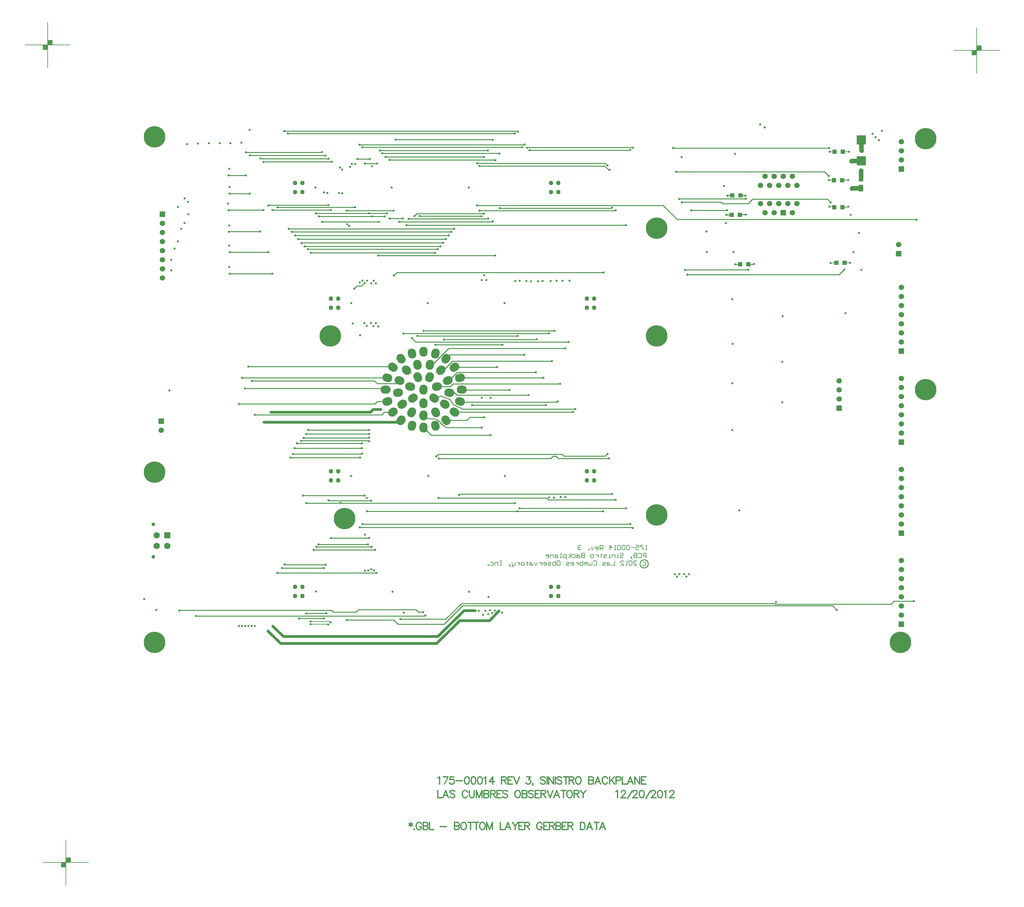
<source format=gbl>
%FSLAX23Y23*%
%MOIN*%
G70*
G01*
G75*
G04 Layer_Physical_Order=12*
G04 Layer_Color=16711680*
%ADD10R,0.037X0.035*%
%ADD11R,0.037X0.035*%
%ADD12R,0.070X0.135*%
%ADD13R,0.036X0.036*%
%ADD14R,0.036X0.028*%
%ADD15R,0.100X0.100*%
%ADD16R,0.078X0.048*%
%ADD17R,0.050X0.050*%
%ADD18R,0.050X0.050*%
%ADD19R,0.016X0.085*%
%ADD20R,0.709X0.020*%
%ADD21R,0.048X0.078*%
%ADD22R,0.135X0.070*%
%ADD23C,0.010*%
%ADD24C,0.030*%
%ADD25C,0.050*%
%ADD26C,0.006*%
%ADD27C,0.012*%
%ADD28C,0.008*%
%ADD29C,0.012*%
%ADD30C,0.012*%
%ADD31C,0.050*%
%ADD32O,0.090X0.110*%
G04:AMPARAMS|DCode=33|XSize=90mil|YSize=110mil|CornerRadius=0mil|HoleSize=0mil|Usage=FLASHONLY|Rotation=231.428|XOffset=0mil|YOffset=0mil|HoleType=Round|Shape=Round|*
%AMOVALD33*
21,1,0.020,0.090,0.000,0.000,321.4*
1,1,0.090,-0.008,0.006*
1,1,0.090,0.008,-0.006*
%
%ADD33OVALD33*%

G04:AMPARAMS|DCode=34|XSize=90mil|YSize=110mil|CornerRadius=0mil|HoleSize=0mil|Usage=FLASHONLY|Rotation=282.856|XOffset=0mil|YOffset=0mil|HoleType=Round|Shape=Round|*
%AMOVALD34*
21,1,0.020,0.090,0.000,0.000,12.9*
1,1,0.090,-0.010,-0.002*
1,1,0.090,0.010,0.002*
%
%ADD34OVALD34*%

G04:AMPARAMS|DCode=35|XSize=90mil|YSize=110mil|CornerRadius=0mil|HoleSize=0mil|Usage=FLASHONLY|Rotation=334.284|XOffset=0mil|YOffset=0mil|HoleType=Round|Shape=Round|*
%AMOVALD35*
21,1,0.020,0.090,0.000,0.000,64.3*
1,1,0.090,-0.004,-0.009*
1,1,0.090,0.004,0.009*
%
%ADD35OVALD35*%

G04:AMPARAMS|DCode=36|XSize=90mil|YSize=110mil|CornerRadius=0mil|HoleSize=0mil|Usage=FLASHONLY|Rotation=25.712|XOffset=0mil|YOffset=0mil|HoleType=Round|Shape=Round|*
%AMOVALD36*
21,1,0.020,0.090,0.000,0.000,115.7*
1,1,0.090,0.004,-0.009*
1,1,0.090,-0.004,0.009*
%
%ADD36OVALD36*%

G04:AMPARAMS|DCode=37|XSize=90mil|YSize=110mil|CornerRadius=0mil|HoleSize=0mil|Usage=FLASHONLY|Rotation=77.140|XOffset=0mil|YOffset=0mil|HoleType=Round|Shape=Round|*
%AMOVALD37*
21,1,0.020,0.090,0.000,0.000,167.1*
1,1,0.090,0.010,-0.002*
1,1,0.090,-0.010,0.002*
%
%ADD37OVALD37*%

G04:AMPARAMS|DCode=38|XSize=90mil|YSize=110mil|CornerRadius=0mil|HoleSize=0mil|Usage=FLASHONLY|Rotation=128.568|XOffset=0mil|YOffset=0mil|HoleType=Round|Shape=Round|*
%AMOVALD38*
21,1,0.020,0.090,0.000,0.000,218.6*
1,1,0.090,0.008,0.006*
1,1,0.090,-0.008,-0.006*
%
%ADD38OVALD38*%

G04:AMPARAMS|DCode=39|XSize=90mil|YSize=110mil|CornerRadius=0mil|HoleSize=0mil|Usage=FLASHONLY|Rotation=207.692|XOffset=0mil|YOffset=0mil|HoleType=Round|Shape=Round|*
%AMOVALD39*
21,1,0.020,0.090,0.000,0.000,297.7*
1,1,0.090,-0.005,0.009*
1,1,0.090,0.005,-0.009*
%
%ADD39OVALD39*%

G04:AMPARAMS|DCode=40|XSize=90mil|YSize=110mil|CornerRadius=0mil|HoleSize=0mil|Usage=FLASHONLY|Rotation=235.384|XOffset=0mil|YOffset=0mil|HoleType=Round|Shape=Round|*
%AMOVALD40*
21,1,0.020,0.090,0.000,0.000,325.4*
1,1,0.090,-0.008,0.006*
1,1,0.090,0.008,-0.006*
%
%ADD40OVALD40*%

G04:AMPARAMS|DCode=41|XSize=90mil|YSize=110mil|CornerRadius=0mil|HoleSize=0mil|Usage=FLASHONLY|Rotation=263.076|XOffset=0mil|YOffset=0mil|HoleType=Round|Shape=Round|*
%AMOVALD41*
21,1,0.020,0.090,0.000,0.000,353.1*
1,1,0.090,-0.010,0.001*
1,1,0.090,0.010,-0.001*
%
%ADD41OVALD41*%

G04:AMPARAMS|DCode=42|XSize=90mil|YSize=110mil|CornerRadius=0mil|HoleSize=0mil|Usage=FLASHONLY|Rotation=290.768|XOffset=0mil|YOffset=0mil|HoleType=Round|Shape=Round|*
%AMOVALD42*
21,1,0.020,0.090,0.000,0.000,20.8*
1,1,0.090,-0.009,-0.004*
1,1,0.090,0.009,0.004*
%
%ADD42OVALD42*%

G04:AMPARAMS|DCode=43|XSize=90mil|YSize=110mil|CornerRadius=0mil|HoleSize=0mil|Usage=FLASHONLY|Rotation=318.460|XOffset=0mil|YOffset=0mil|HoleType=Round|Shape=Round|*
%AMOVALD43*
21,1,0.020,0.090,0.000,0.000,48.5*
1,1,0.090,-0.007,-0.007*
1,1,0.090,0.007,0.007*
%
%ADD43OVALD43*%

G04:AMPARAMS|DCode=44|XSize=90mil|YSize=110mil|CornerRadius=0mil|HoleSize=0mil|Usage=FLASHONLY|Rotation=346.152|XOffset=0mil|YOffset=0mil|HoleType=Round|Shape=Round|*
%AMOVALD44*
21,1,0.020,0.090,0.000,0.000,76.2*
1,1,0.090,-0.002,-0.010*
1,1,0.090,0.002,0.010*
%
%ADD44OVALD44*%

G04:AMPARAMS|DCode=45|XSize=90mil|YSize=110mil|CornerRadius=0mil|HoleSize=0mil|Usage=FLASHONLY|Rotation=13.844|XOffset=0mil|YOffset=0mil|HoleType=Round|Shape=Round|*
%AMOVALD45*
21,1,0.020,0.090,0.000,0.000,103.8*
1,1,0.090,0.002,-0.010*
1,1,0.090,-0.002,0.010*
%
%ADD45OVALD45*%

G04:AMPARAMS|DCode=46|XSize=90mil|YSize=110mil|CornerRadius=0mil|HoleSize=0mil|Usage=FLASHONLY|Rotation=41.536|XOffset=0mil|YOffset=0mil|HoleType=Round|Shape=Round|*
%AMOVALD46*
21,1,0.020,0.090,0.000,0.000,131.5*
1,1,0.090,0.007,-0.007*
1,1,0.090,-0.007,0.007*
%
%ADD46OVALD46*%

G04:AMPARAMS|DCode=47|XSize=90mil|YSize=110mil|CornerRadius=0mil|HoleSize=0mil|Usage=FLASHONLY|Rotation=69.228|XOffset=0mil|YOffset=0mil|HoleType=Round|Shape=Round|*
%AMOVALD47*
21,1,0.020,0.090,0.000,0.000,159.2*
1,1,0.090,0.009,-0.004*
1,1,0.090,-0.009,0.004*
%
%ADD47OVALD47*%

G04:AMPARAMS|DCode=48|XSize=90mil|YSize=110mil|CornerRadius=0mil|HoleSize=0mil|Usage=FLASHONLY|Rotation=96.920|XOffset=0mil|YOffset=0mil|HoleType=Round|Shape=Round|*
%AMOVALD48*
21,1,0.020,0.090,0.000,0.000,186.9*
1,1,0.090,0.010,0.001*
1,1,0.090,-0.010,-0.001*
%
%ADD48OVALD48*%

G04:AMPARAMS|DCode=49|XSize=90mil|YSize=110mil|CornerRadius=0mil|HoleSize=0mil|Usage=FLASHONLY|Rotation=124.612|XOffset=0mil|YOffset=0mil|HoleType=Round|Shape=Round|*
%AMOVALD49*
21,1,0.020,0.090,0.000,0.000,214.6*
1,1,0.090,0.008,0.006*
1,1,0.090,-0.008,-0.006*
%
%ADD49OVALD49*%

G04:AMPARAMS|DCode=50|XSize=90mil|YSize=110mil|CornerRadius=0mil|HoleSize=0mil|Usage=FLASHONLY|Rotation=152.304|XOffset=0mil|YOffset=0mil|HoleType=Round|Shape=Round|*
%AMOVALD50*
21,1,0.020,0.090,0.000,0.000,242.3*
1,1,0.090,0.005,0.009*
1,1,0.090,-0.005,-0.009*
%
%ADD50OVALD50*%

G04:AMPARAMS|DCode=51|XSize=90mil|YSize=110mil|CornerRadius=0mil|HoleSize=0mil|Usage=FLASHONLY|Rotation=198.000|XOffset=0mil|YOffset=0mil|HoleType=Round|Shape=Round|*
%AMOVALD51*
21,1,0.020,0.090,0.000,0.000,288.0*
1,1,0.090,-0.003,0.010*
1,1,0.090,0.003,-0.010*
%
%ADD51OVALD51*%

G04:AMPARAMS|DCode=52|XSize=90mil|YSize=110mil|CornerRadius=0mil|HoleSize=0mil|Usage=FLASHONLY|Rotation=216.000|XOffset=0mil|YOffset=0mil|HoleType=Round|Shape=Round|*
%AMOVALD52*
21,1,0.020,0.090,0.000,0.000,306.0*
1,1,0.090,-0.006,0.008*
1,1,0.090,0.006,-0.008*
%
%ADD52OVALD52*%

G04:AMPARAMS|DCode=53|XSize=90mil|YSize=110mil|CornerRadius=0mil|HoleSize=0mil|Usage=FLASHONLY|Rotation=234.000|XOffset=0mil|YOffset=0mil|HoleType=Round|Shape=Round|*
%AMOVALD53*
21,1,0.020,0.090,0.000,0.000,324.0*
1,1,0.090,-0.008,0.006*
1,1,0.090,0.008,-0.006*
%
%ADD53OVALD53*%

G04:AMPARAMS|DCode=54|XSize=90mil|YSize=110mil|CornerRadius=0mil|HoleSize=0mil|Usage=FLASHONLY|Rotation=252.000|XOffset=0mil|YOffset=0mil|HoleType=Round|Shape=Round|*
%AMOVALD54*
21,1,0.020,0.090,0.000,0.000,342.0*
1,1,0.090,-0.010,0.003*
1,1,0.090,0.010,-0.003*
%
%ADD54OVALD54*%

%ADD55O,0.110X0.090*%
G04:AMPARAMS|DCode=56|XSize=90mil|YSize=110mil|CornerRadius=0mil|HoleSize=0mil|Usage=FLASHONLY|Rotation=288.000|XOffset=0mil|YOffset=0mil|HoleType=Round|Shape=Round|*
%AMOVALD56*
21,1,0.020,0.090,0.000,0.000,18.0*
1,1,0.090,-0.010,-0.003*
1,1,0.090,0.010,0.003*
%
%ADD56OVALD56*%

G04:AMPARAMS|DCode=57|XSize=90mil|YSize=110mil|CornerRadius=0mil|HoleSize=0mil|Usage=FLASHONLY|Rotation=306.000|XOffset=0mil|YOffset=0mil|HoleType=Round|Shape=Round|*
%AMOVALD57*
21,1,0.020,0.090,0.000,0.000,36.0*
1,1,0.090,-0.008,-0.006*
1,1,0.090,0.008,0.006*
%
%ADD57OVALD57*%

G04:AMPARAMS|DCode=58|XSize=90mil|YSize=110mil|CornerRadius=0mil|HoleSize=0mil|Usage=FLASHONLY|Rotation=324.000|XOffset=0mil|YOffset=0mil|HoleType=Round|Shape=Round|*
%AMOVALD58*
21,1,0.020,0.090,0.000,0.000,54.0*
1,1,0.090,-0.006,-0.008*
1,1,0.090,0.006,0.008*
%
%ADD58OVALD58*%

G04:AMPARAMS|DCode=59|XSize=90mil|YSize=110mil|CornerRadius=0mil|HoleSize=0mil|Usage=FLASHONLY|Rotation=342.000|XOffset=0mil|YOffset=0mil|HoleType=Round|Shape=Round|*
%AMOVALD59*
21,1,0.020,0.090,0.000,0.000,72.0*
1,1,0.090,-0.003,-0.010*
1,1,0.090,0.003,0.010*
%
%ADD59OVALD59*%

%ADD60C,0.059*%
%ADD61R,0.059X0.059*%
%ADD62R,0.070X0.070*%
%ADD63C,0.070*%
%ADD64C,0.040*%
%ADD65C,0.236*%
%ADD66C,0.024*%
%ADD67C,0.010*%
%ADD68C,0.040*%
%ADD69C,0.065*%
G04:AMPARAMS|DCode=70|XSize=85mil|YSize=85mil|CornerRadius=0mil|HoleSize=0mil|Usage=FLASHONLY|Rotation=0.000|XOffset=0mil|YOffset=0mil|HoleType=Round|Shape=Relief|Width=10mil|Gap=10mil|Entries=4|*
%AMTHD70*
7,0,0,0.085,0.065,0.010,45*
%
%ADD70THD70*%
G04:AMPARAMS|DCode=71|XSize=130mil|YSize=130mil|CornerRadius=0mil|HoleSize=0mil|Usage=FLASHONLY|Rotation=0.000|XOffset=0mil|YOffset=0mil|HoleType=Round|Shape=Relief|Width=10mil|Gap=10mil|Entries=4|*
%AMTHD71*
7,0,0,0.130,0.110,0.010,45*
%
%ADD71THD71*%
%ADD72C,0.110*%
%ADD73C,0.079*%
G04:AMPARAMS|DCode=74|XSize=99.37mil|YSize=99.37mil|CornerRadius=0mil|HoleSize=0mil|Usage=FLASHONLY|Rotation=0.000|XOffset=0mil|YOffset=0mil|HoleType=Round|Shape=Relief|Width=10mil|Gap=10mil|Entries=4|*
%AMTHD74*
7,0,0,0.099,0.079,0.010,45*
%
%ADD74THD74*%
%ADD75C,0.075*%
%ADD76C,0.080*%
G04:AMPARAMS|DCode=77|XSize=95.433mil|YSize=95.433mil|CornerRadius=0mil|HoleSize=0mil|Usage=FLASHONLY|Rotation=0.000|XOffset=0mil|YOffset=0mil|HoleType=Round|Shape=Relief|Width=10mil|Gap=10mil|Entries=4|*
%AMTHD77*
7,0,0,0.095,0.075,0.010,45*
%
%ADD77THD77*%
%ADD78C,0.174*%
G04:AMPARAMS|DCode=79|XSize=70mil|YSize=70mil|CornerRadius=0mil|HoleSize=0mil|Usage=FLASHONLY|Rotation=0.000|XOffset=0mil|YOffset=0mil|HoleType=Round|Shape=Relief|Width=10mil|Gap=10mil|Entries=4|*
%AMTHD79*
7,0,0,0.070,0.050,0.010,45*
%
%ADD79THD79*%
%ADD80C,0.020*%
G04:AMPARAMS|DCode=81|XSize=100mil|YSize=100mil|CornerRadius=0mil|HoleSize=0mil|Usage=FLASHONLY|Rotation=0.000|XOffset=0mil|YOffset=0mil|HoleType=Round|Shape=Relief|Width=10mil|Gap=10mil|Entries=4|*
%AMTHD81*
7,0,0,0.100,0.080,0.010,45*
%
%ADD81THD81*%
D15*
X36963Y26735D02*
D03*
Y26965D02*
D03*
D18*
X35546Y26355D02*
D03*
X35636D02*
D03*
X36759Y26836D02*
D03*
X36669D02*
D03*
X36689Y25615D02*
D03*
X36779D02*
D03*
X35635Y25601D02*
D03*
X35725D02*
D03*
X36754Y26523D02*
D03*
X36664D02*
D03*
X36757Y26227D02*
D03*
X36667D02*
D03*
X35631Y26144D02*
D03*
X35541D02*
D03*
D21*
X36960Y26546D02*
D03*
Y26436D02*
D03*
D23*
X34623Y22311D02*
X34622Y22321D01*
X34619Y22330D01*
X34614Y22339D01*
X34606Y22346D01*
X34598Y22351D01*
X34589Y22354D01*
X34579Y22355D01*
X34569Y22354D01*
X34559Y22351D01*
X34551Y22346D01*
X34544Y22339D01*
X34538Y22330D01*
X34535Y22321D01*
X34534Y22311D01*
X34535Y22301D01*
X34538Y22291D01*
X34544Y22283D01*
X34551Y22276D01*
X34559Y22270D01*
X34569Y22267D01*
X34579Y22266D01*
X34589Y22267D01*
X34598Y22270D01*
X34606Y22276D01*
X34614Y22283D01*
X34619Y22291D01*
X34622Y22301D01*
X34623Y22311D01*
X32329Y23874D02*
X32322Y23881D01*
X32314Y23887D01*
X32305Y23892D01*
X32296Y23896D01*
X32287Y23899D01*
X32278Y23902D01*
X32268Y23903D01*
X32258Y23904D01*
X32372Y23832D02*
X32379Y23825D01*
X32387Y23819D01*
X32396Y23815D01*
X32405Y23811D01*
X32415Y23808D01*
X32424Y23806D01*
X32434Y23806D01*
X32166Y23933D02*
X32173Y23926D01*
X32181Y23921D01*
X32189Y23916D01*
X32198Y23911D01*
X32207Y23908D01*
X32217Y23906D01*
X32227Y23904D01*
X32236Y23904D01*
X35098Y26193D02*
X35492D01*
X35053Y25486D02*
X35055Y25488D01*
X35026Y25537D02*
X35028Y25539D01*
X34993Y26281D02*
X34996Y26284D01*
X34965Y26318D02*
X34966Y26319D01*
X34931Y26616D02*
X36561D01*
X34898Y26877D02*
X36612D01*
X35055Y25488D02*
X36720D01*
X36776Y25544D01*
X35028Y25539D02*
X35723D01*
X34943Y26092D02*
X37569D01*
X34788Y26247D02*
X34943Y26092D01*
X34217Y26247D02*
X34788D01*
X34996Y26284D02*
X35427D01*
X35445Y26266D01*
X35722D01*
X35771Y26315D01*
X36593D01*
X36627Y26281D01*
X34966Y26319D02*
X35695D01*
X35696Y26320D01*
X36561Y26616D02*
X36607Y26570D01*
X35493Y26353D02*
X35495Y26355D01*
X35546D01*
X35693D02*
X35694Y26354D01*
X35636Y26355D02*
X35693D01*
X35482Y26143D02*
X35483Y26144D01*
X35541D01*
X35631D02*
X35635Y26148D01*
X35697D01*
X35580Y25601D02*
X35635D01*
X35725D02*
X35787D01*
X35788Y25602D01*
X36650Y21849D02*
X36695Y21804D01*
X32587Y21849D02*
X36650D01*
X32385Y21647D02*
X32587Y21849D01*
X31877Y21647D02*
X32385D01*
X31830Y21694D02*
X31877Y21647D01*
X31315Y21694D02*
X31830D01*
X32450Y24608D02*
X33264D01*
X32404Y24562D02*
X32450Y24608D01*
X33567Y24536D02*
X33568Y24537D01*
X32478Y24536D02*
X33567D01*
X32377Y24435D02*
X32478Y24536D01*
X32346Y24435D02*
X32377D01*
X32961Y24469D02*
X32963Y24471D01*
X32496Y24469D02*
X32961D01*
X32591Y24414D02*
X33389D01*
X32436Y24324D02*
X32527Y24414D01*
X32423Y24324D02*
X32436D01*
X32591Y24414D02*
X32591Y24414D01*
X32527Y24414D02*
X32591D01*
X32556Y24353D02*
X33476D01*
X33475Y24354D02*
X33475D01*
X33476Y24353D01*
X32525Y24162D02*
X33312D01*
X32497Y24189D02*
X32525Y24162D01*
X32439Y24189D02*
X32497D01*
X32690Y24053D02*
X33500D01*
X33801Y23978D02*
X33802Y23979D01*
X32496Y23978D02*
X33801D01*
X32434Y24677D02*
X33714D01*
X32388Y24631D02*
X32434Y24677D01*
X32387Y24631D02*
X32388D01*
X32255Y24498D02*
X32387Y24631D01*
X32226Y24498D02*
X32255D01*
X32288Y24718D02*
X33023D01*
X32158Y24869D02*
X33596D01*
X32071Y24748D02*
X33752D01*
X32029Y24790D02*
X32071Y24748D01*
X33188Y24813D02*
X33189Y24812D01*
X32092Y24813D02*
X33188D01*
X32481Y24288D02*
X33658D01*
X32450Y24257D02*
X32481Y24288D01*
X32304Y24257D02*
X32450D01*
X33824Y24010D02*
X33825Y24011D01*
X32587Y24010D02*
X33824D01*
X32484Y24060D02*
X32587Y24010D01*
X32447Y24116D02*
X32484Y24060D01*
X32347Y24154D02*
X32447Y24116D01*
X32275Y24130D02*
X32347Y24154D01*
X33396Y24773D02*
X33399Y24776D01*
X32381Y24773D02*
X33396D01*
X33532Y24840D02*
X33534Y24842D01*
X31938Y24840D02*
X33532D01*
X31728Y23978D02*
X31820D01*
X31696Y23946D02*
X31728Y23978D01*
X30304Y23946D02*
X31696D01*
X31858Y24289D02*
X31894Y24324D01*
X31649Y24289D02*
X31858D01*
X31617Y24321D02*
X31649Y24289D01*
X30271Y24321D02*
X31617D01*
X31814Y24475D02*
X31820Y24469D01*
X30233Y24475D02*
X31814D01*
X31727Y24237D02*
X31740Y24223D01*
X30198Y24237D02*
X31727D01*
X31760Y24354D02*
X31761Y24353D01*
X30164Y24354D02*
X31760D01*
X31652Y24094D02*
X31761D01*
X31624Y24066D02*
X31652Y24094D01*
X30129Y24066D02*
X31624D01*
X29659Y21736D02*
X32170D01*
X32178Y21744D01*
X32744Y26246D02*
X34216D01*
X37569Y26092D02*
X37571Y26090D01*
X34216Y26246D02*
X34217Y26247D01*
X30457Y26251D02*
X31114D01*
X30498Y26196D02*
X31140D01*
X30368Y26761D02*
X31115D01*
X31478Y25362D02*
X31509Y25393D01*
X31426Y25362D02*
X31478D01*
X31396Y25332D02*
X31426Y25362D01*
X31565Y26757D02*
X31566Y26758D01*
X31431Y26757D02*
X31565D01*
X31486Y22748D02*
X34428D01*
X34426Y26854D02*
X34427Y26855D01*
X33322Y26854D02*
X34426D01*
X33295Y26883D02*
X34453D01*
X33295Y26881D02*
Y26883D01*
X34453D02*
X34456Y26880D01*
X34449Y22710D02*
X34455Y22704D01*
X31459Y22710D02*
X34449D01*
X32791Y26130D02*
X32794Y26127D01*
X32115Y26130D02*
X32791D01*
X32084Y26158D02*
X32821D01*
X32057Y26131D02*
X32084Y26158D01*
X32865Y26100D02*
X32867Y26102D01*
X31995Y26100D02*
X32865D01*
X32918Y26068D02*
Y26072D01*
X32915Y26065D02*
X32918Y26068D01*
X31891Y26065D02*
X32915D01*
X32913Y26970D02*
X32916Y26967D01*
X31851Y26970D02*
X32913D01*
X32943Y26747D02*
X32946Y26744D01*
X31783Y26747D02*
X32943D01*
X31660Y25696D02*
X32943D01*
X32818Y26780D02*
X32819Y26779D01*
X31739Y26780D02*
X32818D01*
X32990Y26819D02*
X32992Y26817D01*
X31704Y26819D02*
X32990D01*
X32863Y26849D02*
X32865Y26851D01*
X31678Y26849D02*
X32863D01*
X31513Y26707D02*
X31642D01*
X31486Y26885D02*
X33245D01*
X33242Y26886D02*
X33244D01*
X33245Y26885D01*
X33265Y26914D02*
X33267Y26916D01*
X31454Y26914D02*
X33265D01*
X31315Y26189D02*
X31828D01*
X31930Y26102D02*
X31931Y26103D01*
X31783Y26102D02*
X31930D01*
X31561Y26159D02*
X31562Y26160D01*
X31757D01*
X31590Y26128D02*
X31732D01*
X30921Y25727D02*
X32285D01*
X30886Y25765D02*
X32315D01*
X30851Y25795D02*
X32345D01*
X30816Y25834D02*
X30817Y25835D01*
X32375D01*
X30781Y25876D02*
X32405D01*
X30746Y25917D02*
X32435D01*
X32464Y25955D02*
X32465Y25956D01*
X30711Y25955D02*
X32464D01*
X32494Y25990D02*
X32495Y25989D01*
X30676Y25990D02*
X32494D01*
X30698Y23478D02*
X31459D01*
X30724Y23515D02*
X31479D01*
X30743Y23581D02*
X31481D01*
X30742Y23580D02*
X30743Y23581D01*
X30768Y23632D02*
X31479D01*
X31554Y23662D02*
X31559Y23657D01*
X30816Y23662D02*
X31554D01*
X30815Y23661D02*
X30816Y23662D01*
X30840Y23692D02*
X31556D01*
X31559Y23695D01*
X30866Y23737D02*
X31559D01*
X30891Y23779D02*
X31559D01*
X31560Y23780D01*
X31252Y22975D02*
X33161D01*
X30873Y21766D02*
X31089D01*
X30871Y21764D02*
X30873Y21766D01*
X30871Y22977D02*
X31246D01*
X31248Y22979D02*
X31252Y22975D01*
X31536Y22885D02*
X33186D01*
X34128D01*
X34129Y22886D01*
X31863Y25511D02*
X34135D01*
X31829Y25477D02*
X31863Y25511D01*
X31969Y26029D02*
X34379D01*
X34380Y26030D01*
X33213Y22920D02*
X34380D01*
X33212Y22921D02*
X33213Y22920D01*
X32324Y23466D02*
X33553D01*
X33579Y23492D01*
X33610D01*
X33636Y23466D01*
X34193D01*
X33679Y23514D02*
X33701Y23492D01*
X34152D01*
X32298Y23491D02*
X32321Y23514D01*
X33679D01*
X32547Y23067D02*
X32558Y23078D01*
X34227D01*
X32321Y23032D02*
X33510D01*
X33529Y23013D01*
X34266D01*
X34152Y23492D02*
X34176Y23516D01*
X32746Y26711D02*
X34152D01*
X34176Y26687D01*
X32771Y26680D02*
X34148D01*
X34193Y26635D01*
X34201D01*
X32769Y26191D02*
X34264D01*
X34266Y26193D01*
X32995Y26218D02*
X34223D01*
X34227Y26222D01*
X30973Y26159D02*
X31561D01*
X31009Y26127D02*
X31589D01*
X31046Y26067D02*
X31666D01*
X31045Y26068D02*
X31046Y26067D01*
X30950Y22464D02*
X31627D01*
X31006Y22524D02*
X31547D01*
X31004Y22522D02*
X31006Y22524D01*
X31142Y22593D02*
X31561D01*
X30835Y23059D02*
X31509D01*
X30787Y21710D02*
X31063D01*
X31064Y21711D01*
X31581Y23004D02*
X31584Y23002D01*
X31117Y23004D02*
X31581D01*
X31115Y23006D02*
X31117Y23004D01*
X30667Y27035D02*
X33160D01*
X33190Y27062D02*
X33195Y27057D01*
X30628Y27062D02*
X33190D01*
X30604Y22264D02*
X31063D01*
X31064Y22263D01*
X30626Y22301D02*
X30627Y22302D01*
X30632D01*
X30626Y22301D02*
X31084D01*
X30552Y22211D02*
X30554Y22209D01*
X30553Y26226D02*
X31406D01*
X31407Y26227D01*
X30554Y22209D02*
X31640D01*
X30979Y22495D02*
X31587D01*
X32579Y24221D02*
X33102D01*
X32576Y24223D02*
X32579Y24221D01*
X33626Y24088D02*
X33632Y24094D01*
X32562Y24088D02*
X33626D01*
X32556Y24094D02*
X32562Y24088D01*
X32242Y23722D02*
X32893D01*
X32158Y23805D02*
X32242Y23722D01*
X32329Y23874D02*
X32372Y23832D01*
X32434Y23806D02*
X32797D01*
X32158Y23940D02*
X32166Y23933D01*
X32236Y23904D02*
X32258D01*
X32666Y23921D02*
X32824D01*
X32630Y23885D02*
X32666Y23921D01*
X32404Y23885D02*
X32630D01*
X31148Y21799D02*
X31166Y21781D01*
X29480Y21799D02*
X31148D01*
X29477Y21796D02*
X29480Y21799D01*
X30032Y25495D02*
X30497D01*
X30454Y26248D02*
X30457Y26251D01*
X30030Y25733D02*
X30455D01*
X30404Y26726D02*
X31150D01*
X30401Y26723D02*
X30404Y26726D01*
X30020Y26198D02*
X30401D01*
X30016Y26194D02*
X30020Y26198D01*
X30368Y26762D02*
X30368Y26761D01*
X30024Y25960D02*
X30365D01*
X30019Y25955D02*
X30024Y25960D01*
X30026Y26377D02*
X30250D01*
X30249Y26796D02*
X31080D01*
X30207Y26830D02*
X30208Y26831D01*
X30016Y26577D02*
X30207D01*
X30208Y26831D02*
X31045D01*
X31904Y21703D02*
X32299D01*
X32300Y21702D01*
X32401D01*
X32573Y21874D01*
X36009D01*
X36017Y21866D01*
X37289D01*
X37322Y21899D01*
X37540D01*
X31413Y21781D02*
X31440Y21808D01*
X31166Y21781D02*
X31413D01*
X31440Y21808D02*
X32073D01*
X32100Y21781D01*
X32155D01*
D24*
X31863Y23865D02*
X31874Y23866D01*
X31885Y23868D01*
X31895Y23872D01*
X31904Y23878D01*
X31912Y23885D01*
X32599Y21796D02*
X32724D01*
X32315Y21512D02*
X32599Y21796D01*
X30617Y21512D02*
X32315D01*
X30404Y23865D02*
X31863D01*
X30480Y23978D02*
X31575D01*
X31602Y24005D01*
X31688D01*
X30479Y23978D02*
X30480Y23978D01*
X30403Y23866D02*
X30404Y23865D01*
X30586Y21436D02*
X32301D01*
X32553Y21688D02*
X32880D01*
X30448Y21574D02*
X30586Y21436D01*
X30501Y21628D02*
X30617Y21512D01*
X32880Y21688D02*
X32984Y21792D01*
X32301Y21436D02*
X32553Y21688D01*
D25*
X36963Y26854D02*
X36967Y26850D01*
X36963Y26854D02*
Y26965D01*
X36857Y26734D02*
X36858Y26735D01*
X36963D01*
X36960Y26630D02*
X36961Y26631D01*
X36960Y26546D02*
Y26630D01*
X36862Y26433D02*
X36865Y26436D01*
X36960D01*
D26*
X36616Y26836D02*
X36669D01*
X36759D02*
X36830D01*
X36606Y26525D02*
X36608Y26523D01*
X36664D01*
X36754D02*
X36756Y26525D01*
X36820D01*
X36661Y26233D02*
X36667Y26227D01*
X36614Y26233D02*
X36661D01*
X36815Y26227D02*
X36820Y26232D01*
X36757Y26227D02*
X36815D01*
X36838Y25615D02*
X36839Y25616D01*
X36779Y25615D02*
X36838D01*
X36631D02*
X36689D01*
X36628Y25612D02*
X36631Y25615D01*
X31107Y21648D02*
X31112Y21643D01*
X30918Y21648D02*
X31107D01*
X31128Y21678D02*
X31138Y21668D01*
X30918Y21678D02*
X31128D01*
D27*
X32017Y19469D02*
Y19423D01*
X31998Y19457D02*
X32036Y19434D01*
Y19457D02*
X31998Y19434D01*
X32056Y19396D02*
X32052Y19393D01*
X32056Y19389D01*
X32060Y19393D01*
X32056Y19396D01*
X32134Y19450D02*
X32130Y19457D01*
X32123Y19465D01*
X32115Y19469D01*
X32100D01*
X32092Y19465D01*
X32085Y19457D01*
X32081Y19450D01*
X32077Y19438D01*
Y19419D01*
X32081Y19408D01*
X32085Y19400D01*
X32092Y19393D01*
X32100Y19389D01*
X32115D01*
X32123Y19393D01*
X32130Y19400D01*
X32134Y19408D01*
Y19419D01*
X32115D02*
X32134D01*
X32153Y19469D02*
Y19389D01*
Y19469D02*
X32187D01*
X32198Y19465D01*
X32202Y19461D01*
X32206Y19453D01*
Y19446D01*
X32202Y19438D01*
X32198Y19434D01*
X32187Y19431D01*
X32153D02*
X32187D01*
X32198Y19427D01*
X32202Y19423D01*
X32206Y19415D01*
Y19404D01*
X32202Y19396D01*
X32198Y19393D01*
X32187Y19389D01*
X32153D01*
X32224Y19469D02*
Y19389D01*
X32269D01*
X32341Y19423D02*
X32410D01*
X32496Y19469D02*
Y19389D01*
Y19469D02*
X32530D01*
X32542Y19465D01*
X32546Y19461D01*
X32549Y19453D01*
Y19446D01*
X32546Y19438D01*
X32542Y19434D01*
X32530Y19431D01*
X32496D02*
X32530D01*
X32542Y19427D01*
X32546Y19423D01*
X32549Y19415D01*
Y19404D01*
X32546Y19396D01*
X32542Y19393D01*
X32530Y19389D01*
X32496D01*
X32590Y19469D02*
X32583Y19465D01*
X32575Y19457D01*
X32571Y19450D01*
X32567Y19438D01*
Y19419D01*
X32571Y19408D01*
X32575Y19400D01*
X32583Y19393D01*
X32590Y19389D01*
X32605D01*
X32613Y19393D01*
X32621Y19400D01*
X32624Y19408D01*
X32628Y19419D01*
Y19438D01*
X32624Y19450D01*
X32621Y19457D01*
X32613Y19465D01*
X32605Y19469D01*
X32590D01*
X32674D02*
Y19389D01*
X32647Y19469D02*
X32700D01*
X32736D02*
Y19389D01*
X32710Y19469D02*
X32763D01*
X32795D02*
X32788Y19465D01*
X32780Y19457D01*
X32776Y19450D01*
X32773Y19438D01*
Y19419D01*
X32776Y19408D01*
X32780Y19400D01*
X32788Y19393D01*
X32795Y19389D01*
X32811D01*
X32818Y19393D01*
X32826Y19400D01*
X32830Y19408D01*
X32834Y19419D01*
Y19438D01*
X32830Y19450D01*
X32826Y19457D01*
X32818Y19465D01*
X32811Y19469D01*
X32795D01*
X32852D02*
Y19389D01*
Y19469D02*
X32883Y19389D01*
X32913Y19469D02*
X32883Y19389D01*
X32913Y19469D02*
Y19389D01*
X32999Y19469D02*
Y19389D01*
X33045D01*
X33114D02*
X33084Y19469D01*
X33053Y19389D01*
X33065Y19415D02*
X33103D01*
X33133Y19469D02*
X33163Y19431D01*
Y19389D01*
X33194Y19469D02*
X33163Y19431D01*
X33254Y19469D02*
X33204D01*
Y19389D01*
X33254D01*
X33204Y19431D02*
X33235D01*
X33267Y19469D02*
Y19389D01*
Y19469D02*
X33301D01*
X33313Y19465D01*
X33317Y19461D01*
X33320Y19453D01*
Y19446D01*
X33317Y19438D01*
X33313Y19434D01*
X33301Y19431D01*
X33267D01*
X33294D02*
X33320Y19389D01*
X33458Y19450D02*
X33454Y19457D01*
X33447Y19465D01*
X33439Y19469D01*
X33424D01*
X33416Y19465D01*
X33409Y19457D01*
X33405Y19450D01*
X33401Y19438D01*
Y19419D01*
X33405Y19408D01*
X33409Y19400D01*
X33416Y19393D01*
X33424Y19389D01*
X33439D01*
X33447Y19393D01*
X33454Y19400D01*
X33458Y19408D01*
Y19419D01*
X33439D02*
X33458D01*
X33526Y19469D02*
X33476D01*
Y19389D01*
X33526D01*
X33476Y19431D02*
X33507D01*
X33539Y19469D02*
Y19389D01*
Y19469D02*
X33574D01*
X33585Y19465D01*
X33589Y19461D01*
X33593Y19453D01*
Y19446D01*
X33589Y19438D01*
X33585Y19434D01*
X33574Y19431D01*
X33539D01*
X33566D02*
X33593Y19389D01*
X33611Y19469D02*
Y19389D01*
Y19469D02*
X33645D01*
X33656Y19465D01*
X33660Y19461D01*
X33664Y19453D01*
Y19446D01*
X33660Y19438D01*
X33656Y19434D01*
X33645Y19431D01*
X33611D02*
X33645D01*
X33656Y19427D01*
X33660Y19423D01*
X33664Y19415D01*
Y19404D01*
X33660Y19396D01*
X33656Y19393D01*
X33645Y19389D01*
X33611D01*
X33731Y19469D02*
X33682D01*
Y19389D01*
X33731D01*
X33682Y19431D02*
X33712D01*
X33745Y19469D02*
Y19389D01*
Y19469D02*
X33779D01*
X33790Y19465D01*
X33794Y19461D01*
X33798Y19453D01*
Y19446D01*
X33794Y19438D01*
X33790Y19434D01*
X33779Y19431D01*
X33745D01*
X33771D02*
X33798Y19389D01*
X33879Y19469D02*
Y19389D01*
Y19469D02*
X33905D01*
X33917Y19465D01*
X33924Y19457D01*
X33928Y19450D01*
X33932Y19438D01*
Y19419D01*
X33928Y19408D01*
X33924Y19400D01*
X33917Y19393D01*
X33905Y19389D01*
X33879D01*
X34011D02*
X33980Y19469D01*
X33950Y19389D01*
X33961Y19415D02*
X33999D01*
X34056Y19469D02*
Y19389D01*
X34029Y19469D02*
X34083D01*
X34153Y19389D02*
X34123Y19469D01*
X34092Y19389D01*
X34104Y19415D02*
X34142D01*
D28*
X34564Y22325D02*
X34589D01*
X34597Y22317D01*
Y22300D01*
X34589Y22292D01*
X34564D01*
X34464D02*
X34497D01*
X34464Y22325D01*
Y22334D01*
X34472Y22342D01*
X34489D01*
X34497Y22334D01*
X34447D02*
X34439Y22342D01*
X34422D01*
X34414Y22334D01*
Y22300D01*
X34422Y22292D01*
X34439D01*
X34447Y22300D01*
Y22334D01*
X34397Y22292D02*
X34381D01*
X34389D01*
Y22342D01*
X34397Y22334D01*
X34322Y22292D02*
X34356D01*
X34322Y22325D01*
Y22334D01*
X34331Y22342D01*
X34347D01*
X34356Y22334D01*
X34256Y22342D02*
Y22292D01*
X34223D01*
X34198Y22325D02*
X34181D01*
X34173Y22317D01*
Y22292D01*
X34198D01*
X34206Y22300D01*
X34198Y22309D01*
X34173D01*
X34156Y22292D02*
X34131D01*
X34123Y22300D01*
X34131Y22309D01*
X34148D01*
X34156Y22317D01*
X34148Y22325D01*
X34123D01*
X34023Y22334D02*
X34031Y22342D01*
X34048D01*
X34056Y22334D01*
Y22300D01*
X34048Y22292D01*
X34031D01*
X34023Y22300D01*
X34006Y22325D02*
Y22300D01*
X33998Y22292D01*
X33973D01*
Y22325D01*
X33956Y22292D02*
Y22325D01*
X33948D01*
X33939Y22317D01*
Y22292D01*
Y22317D01*
X33931Y22325D01*
X33923Y22317D01*
Y22292D01*
X33906Y22342D02*
Y22292D01*
X33881D01*
X33873Y22300D01*
Y22309D01*
Y22317D01*
X33881Y22325D01*
X33906D01*
X33856D02*
Y22292D01*
Y22309D01*
X33848Y22317D01*
X33839Y22325D01*
X33831D01*
X33781Y22292D02*
X33798D01*
X33806Y22300D01*
Y22317D01*
X33798Y22325D01*
X33781D01*
X33773Y22317D01*
Y22309D01*
X33806D01*
X33756Y22292D02*
X33731D01*
X33723Y22300D01*
X33731Y22309D01*
X33748D01*
X33756Y22317D01*
X33748Y22325D01*
X33723D01*
X33631Y22342D02*
X33648D01*
X33656Y22334D01*
Y22300D01*
X33648Y22292D01*
X33631D01*
X33623Y22300D01*
Y22334D01*
X33631Y22342D01*
X33606D02*
Y22292D01*
X33581D01*
X33573Y22300D01*
Y22309D01*
Y22317D01*
X33581Y22325D01*
X33606D01*
X33556Y22292D02*
X33531D01*
X33523Y22300D01*
X33531Y22309D01*
X33548D01*
X33556Y22317D01*
X33548Y22325D01*
X33523D01*
X33481Y22292D02*
X33498D01*
X33506Y22300D01*
Y22317D01*
X33498Y22325D01*
X33481D01*
X33473Y22317D01*
Y22309D01*
X33506D01*
X33456Y22325D02*
Y22292D01*
Y22309D01*
X33448Y22317D01*
X33439Y22325D01*
X33431D01*
X33406D02*
X33389Y22292D01*
X33373Y22325D01*
X33348D02*
X33331D01*
X33323Y22317D01*
Y22292D01*
X33348D01*
X33356Y22300D01*
X33348Y22309D01*
X33323D01*
X33298Y22334D02*
Y22325D01*
X33306D01*
X33289D01*
X33298D01*
Y22300D01*
X33289Y22292D01*
X33256D02*
X33240D01*
X33231Y22300D01*
Y22317D01*
X33240Y22325D01*
X33256D01*
X33264Y22317D01*
Y22300D01*
X33256Y22292D01*
X33215Y22325D02*
Y22292D01*
Y22309D01*
X33206Y22317D01*
X33198Y22325D01*
X33190D01*
X33165D02*
Y22300D01*
X33156Y22292D01*
X33131D01*
Y22284D01*
X33140Y22275D01*
X33148D01*
X33131Y22292D02*
Y22325D01*
X33106Y22284D02*
X33098Y22292D01*
Y22300D01*
X33106D01*
Y22292D01*
X33098D01*
X33106Y22284D01*
X33115Y22275D01*
X33015Y22342D02*
X32998D01*
X33006D01*
Y22292D01*
X33015D01*
X32998D01*
X32973D02*
Y22325D01*
X32948D01*
X32940Y22317D01*
Y22292D01*
X32890Y22325D02*
X32915D01*
X32923Y22317D01*
Y22300D01*
X32915Y22292D01*
X32890D01*
X32873D02*
Y22300D01*
X32865D01*
Y22292D01*
X32873D01*
X34600Y22378D02*
Y22428D01*
X34575D01*
X34567Y22420D01*
Y22403D01*
X34575Y22395D01*
X34600D01*
X34517Y22420D02*
X34525Y22428D01*
X34542D01*
X34550Y22420D01*
Y22386D01*
X34542Y22378D01*
X34525D01*
X34517Y22386D01*
X34500Y22428D02*
Y22378D01*
X34475D01*
X34467Y22386D01*
Y22395D01*
X34475Y22403D01*
X34500D01*
X34475D01*
X34467Y22411D01*
Y22420D01*
X34475Y22428D01*
X34500D01*
X34442Y22370D02*
X34434Y22378D01*
Y22386D01*
X34442D01*
Y22378D01*
X34434D01*
X34442Y22370D01*
X34450Y22361D01*
X34317Y22420D02*
X34325Y22428D01*
X34342D01*
X34350Y22420D01*
Y22411D01*
X34342Y22403D01*
X34325D01*
X34317Y22395D01*
Y22386D01*
X34325Y22378D01*
X34342D01*
X34350Y22386D01*
X34300Y22378D02*
X34284D01*
X34292D01*
Y22411D01*
X34300D01*
X34259Y22378D02*
Y22411D01*
X34234D01*
X34226Y22403D01*
Y22378D01*
X34209D02*
X34192D01*
X34201D01*
Y22411D01*
X34209D01*
X34167Y22378D02*
X34142D01*
X34134Y22386D01*
X34142Y22395D01*
X34159D01*
X34167Y22403D01*
X34159Y22411D01*
X34134D01*
X34109Y22420D02*
Y22411D01*
X34117D01*
X34101D01*
X34109D01*
Y22386D01*
X34101Y22378D01*
X34076Y22411D02*
Y22378D01*
Y22395D01*
X34067Y22403D01*
X34059Y22411D01*
X34051D01*
X34017Y22378D02*
X34001D01*
X33992Y22386D01*
Y22403D01*
X34001Y22411D01*
X34017D01*
X34026Y22403D01*
Y22386D01*
X34017Y22378D01*
X33926Y22428D02*
Y22378D01*
X33901D01*
X33892Y22386D01*
Y22395D01*
X33901Y22403D01*
X33926D01*
X33901D01*
X33892Y22411D01*
Y22420D01*
X33901Y22428D01*
X33926D01*
X33867Y22411D02*
X33851D01*
X33842Y22403D01*
Y22378D01*
X33867D01*
X33876Y22386D01*
X33867Y22395D01*
X33842D01*
X33792Y22411D02*
X33817D01*
X33826Y22403D01*
Y22386D01*
X33817Y22378D01*
X33792D01*
X33776D02*
Y22428D01*
Y22395D02*
X33751Y22411D01*
X33776Y22395D02*
X33751Y22378D01*
X33726Y22361D02*
Y22411D01*
X33701D01*
X33692Y22403D01*
Y22386D01*
X33701Y22378D01*
X33726D01*
X33676D02*
X33659D01*
X33667D01*
Y22428D01*
X33676D01*
X33626Y22411D02*
X33609D01*
X33601Y22403D01*
Y22378D01*
X33626D01*
X33634Y22386D01*
X33626Y22395D01*
X33601D01*
X33584Y22378D02*
Y22411D01*
X33559D01*
X33551Y22403D01*
Y22378D01*
X33509D02*
X33526D01*
X33534Y22386D01*
Y22403D01*
X33526Y22411D01*
X33509D01*
X33501Y22403D01*
Y22395D01*
X33534D01*
X34611Y22464D02*
X34595D01*
X34603D01*
Y22514D01*
X34611Y22506D01*
X34570Y22514D02*
X34536D01*
Y22506D01*
X34570Y22472D01*
Y22464D01*
X34486Y22514D02*
X34520D01*
Y22489D01*
X34503Y22497D01*
X34495D01*
X34486Y22489D01*
Y22472D01*
X34495Y22464D01*
X34511D01*
X34520Y22472D01*
X34470Y22489D02*
X34436D01*
X34420Y22506D02*
X34411Y22514D01*
X34395D01*
X34386Y22506D01*
Y22472D01*
X34395Y22464D01*
X34411D01*
X34420Y22472D01*
Y22506D01*
X34370D02*
X34361Y22514D01*
X34345D01*
X34336Y22506D01*
Y22472D01*
X34345Y22464D01*
X34361D01*
X34370Y22472D01*
Y22506D01*
X34320D02*
X34311Y22514D01*
X34295D01*
X34287Y22506D01*
Y22472D01*
X34295Y22464D01*
X34311D01*
X34320Y22472D01*
Y22506D01*
X34270Y22464D02*
X34253D01*
X34262D01*
Y22514D01*
X34270Y22506D01*
X34203Y22464D02*
Y22514D01*
X34228Y22489D01*
X34195D01*
X34128Y22464D02*
Y22514D01*
X34103D01*
X34095Y22506D01*
Y22489D01*
X34103Y22481D01*
X34128D01*
X34112D02*
X34095Y22464D01*
X34053D02*
X34070D01*
X34078Y22472D01*
Y22489D01*
X34070Y22497D01*
X34053D01*
X34045Y22489D01*
Y22481D01*
X34078D01*
X34028Y22497D02*
X34012Y22464D01*
X33995Y22497D01*
X33978Y22464D02*
Y22472D01*
X33970D01*
Y22464D01*
X33978D01*
X33887Y22506D02*
X33878Y22514D01*
X33862D01*
X33853Y22506D01*
Y22497D01*
X33862Y22489D01*
X33870D01*
X33862D01*
X33853Y22481D01*
Y22472D01*
X33862Y22464D01*
X33878D01*
X33887Y22472D01*
X28229Y18781D02*
Y19281D01*
X27979Y19031D02*
X28479D01*
X28179Y18981D02*
X28229D01*
X28179D02*
Y19031D01*
X28229Y19081D02*
X28279D01*
Y19031D02*
Y19081D01*
X28234Y19036D02*
Y19076D01*
X28274D01*
Y19036D02*
Y19076D01*
X28234Y19036D02*
X28274D01*
X28239Y19041D02*
Y19071D01*
X28269D01*
Y19041D02*
Y19071D01*
X28244Y19041D02*
X28269D01*
X28244Y19046D02*
Y19066D01*
X28264D01*
Y19046D02*
Y19066D01*
X28249Y19046D02*
X28264D01*
X28249Y19051D02*
Y19061D01*
X28259D01*
Y19051D02*
Y19061D01*
X28249Y19051D02*
X28259D01*
X28254D02*
Y19061D01*
X28184Y18986D02*
Y19026D01*
X28224D01*
Y18986D02*
Y19026D01*
X28184Y18986D02*
X28224D01*
X28189Y18991D02*
Y19021D01*
X28219D01*
Y18991D02*
Y19021D01*
X28194Y18991D02*
X28219D01*
X28194Y18996D02*
Y19016D01*
X28214D01*
Y18996D02*
Y19016D01*
X28199Y18996D02*
X28214D01*
X28199Y19001D02*
Y19011D01*
X28209D01*
Y19001D02*
Y19011D01*
X28199Y19001D02*
X28209D01*
X28204D02*
Y19011D01*
X28029Y27761D02*
Y28261D01*
X27779Y28011D02*
X28279D01*
X27979Y27961D02*
X28029D01*
X27979D02*
Y28011D01*
X28029Y28061D02*
X28079D01*
Y28011D02*
Y28061D01*
X28034Y28016D02*
Y28056D01*
X28074D01*
Y28016D02*
Y28056D01*
X28034Y28016D02*
X28074D01*
X28039Y28021D02*
Y28051D01*
X28069D01*
Y28021D02*
Y28051D01*
X28044Y28021D02*
X28069D01*
X28044Y28026D02*
Y28046D01*
X28064D01*
Y28026D02*
Y28046D01*
X28049Y28026D02*
X28064D01*
X28049Y28031D02*
Y28041D01*
X28059D01*
Y28031D02*
Y28041D01*
X28049Y28031D02*
X28059D01*
X28054D02*
Y28041D01*
X27984Y27966D02*
Y28006D01*
X28024D01*
Y27966D02*
Y28006D01*
X27984Y27966D02*
X28024D01*
X27989Y27971D02*
Y28001D01*
X28019D01*
Y27971D02*
Y28001D01*
X27994Y27971D02*
X28019D01*
X27994Y27976D02*
Y27996D01*
X28014D01*
Y27976D02*
Y27996D01*
X27999Y27976D02*
X28014D01*
X27999Y27981D02*
Y27991D01*
X28009D01*
Y27981D02*
Y27991D01*
X27999Y27981D02*
X28009D01*
X28004D02*
Y27991D01*
X38229Y27701D02*
Y28201D01*
X37979Y27951D02*
X38479D01*
X38179Y27901D02*
X38229D01*
X38179D02*
Y27951D01*
X38229Y28001D02*
X38279D01*
Y27951D02*
Y28001D01*
X38234Y27956D02*
Y27996D01*
X38274D01*
Y27956D02*
Y27996D01*
X38234Y27956D02*
X38274D01*
X38239Y27961D02*
Y27991D01*
X38269D01*
Y27961D02*
Y27991D01*
X38244Y27961D02*
X38269D01*
X38244Y27966D02*
Y27986D01*
X38264D01*
Y27966D02*
Y27986D01*
X38249Y27966D02*
X38264D01*
X38249Y27971D02*
Y27981D01*
X38259D01*
Y27971D02*
Y27981D01*
X38249Y27971D02*
X38259D01*
X38254D02*
Y27981D01*
X38184Y27906D02*
Y27946D01*
X38224D01*
Y27906D02*
Y27946D01*
X38184Y27906D02*
X38224D01*
X38189Y27911D02*
Y27941D01*
X38219D01*
Y27911D02*
Y27941D01*
X38194Y27911D02*
X38219D01*
X38194Y27916D02*
Y27936D01*
X38214D01*
Y27916D02*
Y27936D01*
X38199Y27916D02*
X38214D01*
X38199Y27921D02*
Y27931D01*
X38209D01*
Y27921D02*
Y27931D01*
X38199Y27921D02*
X38209D01*
X38204D02*
Y27931D01*
D29*
X32314Y19820D02*
Y19740D01*
X32360D01*
X32430D02*
X32399Y19820D01*
X32369Y19740D01*
X32380Y19767D02*
X32418D01*
X32502Y19809D02*
X32494Y19817D01*
X32483Y19820D01*
X32468D01*
X32456Y19817D01*
X32448Y19809D01*
Y19801D01*
X32452Y19794D01*
X32456Y19790D01*
X32464Y19786D01*
X32487Y19779D01*
X32494Y19775D01*
X32498Y19771D01*
X32502Y19763D01*
Y19752D01*
X32494Y19744D01*
X32483Y19740D01*
X32468D01*
X32456Y19744D01*
X32448Y19752D01*
X32640Y19801D02*
X32636Y19809D01*
X32628Y19817D01*
X32621Y19820D01*
X32605D01*
X32598Y19817D01*
X32590Y19809D01*
X32586Y19801D01*
X32583Y19790D01*
Y19771D01*
X32586Y19759D01*
X32590Y19752D01*
X32598Y19744D01*
X32605Y19740D01*
X32621D01*
X32628Y19744D01*
X32636Y19752D01*
X32640Y19759D01*
X32662Y19820D02*
Y19763D01*
X32666Y19752D01*
X32674Y19744D01*
X32685Y19740D01*
X32693D01*
X32704Y19744D01*
X32712Y19752D01*
X32715Y19763D01*
Y19820D01*
X32738D02*
Y19740D01*
Y19820D02*
X32768Y19740D01*
X32799Y19820D02*
X32768Y19740D01*
X32799Y19820D02*
Y19740D01*
X32821Y19820D02*
Y19740D01*
Y19820D02*
X32856D01*
X32867Y19817D01*
X32871Y19813D01*
X32875Y19805D01*
Y19798D01*
X32871Y19790D01*
X32867Y19786D01*
X32856Y19782D01*
X32821D02*
X32856D01*
X32867Y19779D01*
X32871Y19775D01*
X32875Y19767D01*
Y19756D01*
X32871Y19748D01*
X32867Y19744D01*
X32856Y19740D01*
X32821D01*
X32893Y19820D02*
Y19740D01*
Y19820D02*
X32927D01*
X32938Y19817D01*
X32942Y19813D01*
X32946Y19805D01*
Y19798D01*
X32942Y19790D01*
X32938Y19786D01*
X32927Y19782D01*
X32893D01*
X32919D02*
X32946Y19740D01*
X33013Y19820D02*
X32964D01*
Y19740D01*
X33013D01*
X32964Y19782D02*
X32994D01*
X33080Y19809D02*
X33072Y19817D01*
X33061Y19820D01*
X33046D01*
X33034Y19817D01*
X33027Y19809D01*
Y19801D01*
X33030Y19794D01*
X33034Y19790D01*
X33042Y19786D01*
X33065Y19779D01*
X33072Y19775D01*
X33076Y19771D01*
X33080Y19763D01*
Y19752D01*
X33072Y19744D01*
X33061Y19740D01*
X33046D01*
X33034Y19744D01*
X33027Y19752D01*
X33184Y19820D02*
X33176Y19817D01*
X33168Y19809D01*
X33165Y19801D01*
X33161Y19790D01*
Y19771D01*
X33165Y19759D01*
X33168Y19752D01*
X33176Y19744D01*
X33184Y19740D01*
X33199D01*
X33206Y19744D01*
X33214Y19752D01*
X33218Y19759D01*
X33222Y19771D01*
Y19790D01*
X33218Y19801D01*
X33214Y19809D01*
X33206Y19817D01*
X33199Y19820D01*
X33184D01*
X33240D02*
Y19740D01*
Y19820D02*
X33275D01*
X33286Y19817D01*
X33290Y19813D01*
X33294Y19805D01*
Y19798D01*
X33290Y19790D01*
X33286Y19786D01*
X33275Y19782D01*
X33240D02*
X33275D01*
X33286Y19779D01*
X33290Y19775D01*
X33294Y19767D01*
Y19756D01*
X33290Y19748D01*
X33286Y19744D01*
X33275Y19740D01*
X33240D01*
X33365Y19809D02*
X33357Y19817D01*
X33346Y19820D01*
X33331D01*
X33319Y19817D01*
X33312Y19809D01*
Y19801D01*
X33315Y19794D01*
X33319Y19790D01*
X33327Y19786D01*
X33350Y19779D01*
X33357Y19775D01*
X33361Y19771D01*
X33365Y19763D01*
Y19752D01*
X33357Y19744D01*
X33346Y19740D01*
X33331D01*
X33319Y19744D01*
X33312Y19752D01*
X33432Y19820D02*
X33383D01*
Y19740D01*
X33432D01*
X33383Y19782D02*
X33413D01*
X33446Y19820D02*
Y19740D01*
Y19820D02*
X33480D01*
X33491Y19817D01*
X33495Y19813D01*
X33499Y19805D01*
Y19798D01*
X33495Y19790D01*
X33491Y19786D01*
X33480Y19782D01*
X33446D01*
X33472D02*
X33499Y19740D01*
X33517Y19820D02*
X33547Y19740D01*
X33578Y19820D02*
X33547Y19740D01*
X33649D02*
X33619Y19820D01*
X33588Y19740D01*
X33599Y19767D02*
X33638D01*
X33694Y19820D02*
Y19740D01*
X33668Y19820D02*
X33721D01*
X33753D02*
X33746Y19817D01*
X33738Y19809D01*
X33734Y19801D01*
X33731Y19790D01*
Y19771D01*
X33734Y19759D01*
X33738Y19752D01*
X33746Y19744D01*
X33753Y19740D01*
X33769D01*
X33776Y19744D01*
X33784Y19752D01*
X33788Y19759D01*
X33791Y19771D01*
Y19790D01*
X33788Y19801D01*
X33784Y19809D01*
X33776Y19817D01*
X33769Y19820D01*
X33753D01*
X33810D02*
Y19740D01*
Y19820D02*
X33844D01*
X33856Y19817D01*
X33860Y19813D01*
X33863Y19805D01*
Y19798D01*
X33860Y19790D01*
X33856Y19786D01*
X33844Y19782D01*
X33810D01*
X33837D02*
X33863Y19740D01*
X33881Y19820D02*
X33912Y19782D01*
Y19740D01*
X33942Y19820D02*
X33912Y19782D01*
X34267Y19805D02*
X34274Y19809D01*
X34286Y19820D01*
Y19740D01*
X34329Y19801D02*
Y19805D01*
X34333Y19813D01*
X34337Y19817D01*
X34344Y19820D01*
X34360D01*
X34367Y19817D01*
X34371Y19813D01*
X34375Y19805D01*
Y19798D01*
X34371Y19790D01*
X34364Y19779D01*
X34325Y19740D01*
X34379D01*
X34397Y19729D02*
X34450Y19820D01*
X34459Y19801D02*
Y19805D01*
X34463Y19813D01*
X34467Y19817D01*
X34474Y19820D01*
X34490D01*
X34497Y19817D01*
X34501Y19813D01*
X34505Y19805D01*
Y19798D01*
X34501Y19790D01*
X34493Y19779D01*
X34455Y19740D01*
X34509D01*
X34549Y19820D02*
X34538Y19817D01*
X34530Y19805D01*
X34527Y19786D01*
Y19775D01*
X34530Y19756D01*
X34538Y19744D01*
X34549Y19740D01*
X34557D01*
X34568Y19744D01*
X34576Y19756D01*
X34580Y19775D01*
Y19786D01*
X34576Y19805D01*
X34568Y19817D01*
X34557Y19820D01*
X34549D01*
X34598Y19729D02*
X34651Y19820D01*
X34660Y19801D02*
Y19805D01*
X34664Y19813D01*
X34668Y19817D01*
X34675Y19820D01*
X34691D01*
X34698Y19817D01*
X34702Y19813D01*
X34706Y19805D01*
Y19798D01*
X34702Y19790D01*
X34694Y19779D01*
X34656Y19740D01*
X34710D01*
X34750Y19820D02*
X34739Y19817D01*
X34731Y19805D01*
X34728Y19786D01*
Y19775D01*
X34731Y19756D01*
X34739Y19744D01*
X34750Y19740D01*
X34758D01*
X34770Y19744D01*
X34777Y19756D01*
X34781Y19775D01*
Y19786D01*
X34777Y19805D01*
X34770Y19817D01*
X34758Y19820D01*
X34750D01*
X34799Y19805D02*
X34806Y19809D01*
X34818Y19820D01*
Y19740D01*
X34861Y19801D02*
Y19805D01*
X34865Y19813D01*
X34869Y19817D01*
X34877Y19820D01*
X34892D01*
X34899Y19817D01*
X34903Y19813D01*
X34907Y19805D01*
Y19798D01*
X34903Y19790D01*
X34896Y19779D01*
X34858Y19740D01*
X34911D01*
D30*
X32314Y19955D02*
X32322Y19959D01*
X32333Y19970D01*
Y19890D01*
X32426Y19970D02*
X32388Y19890D01*
X32373Y19970D02*
X32426D01*
X32490D02*
X32452D01*
X32448Y19936D01*
X32452Y19940D01*
X32463Y19944D01*
X32475D01*
X32486Y19940D01*
X32494Y19932D01*
X32498Y19921D01*
Y19913D01*
X32494Y19902D01*
X32486Y19894D01*
X32475Y19890D01*
X32463D01*
X32452Y19894D01*
X32448Y19898D01*
X32444Y19906D01*
X32516Y19925D02*
X32584D01*
X32631Y19970D02*
X32619Y19967D01*
X32612Y19955D01*
X32608Y19936D01*
Y19925D01*
X32612Y19906D01*
X32619Y19894D01*
X32631Y19890D01*
X32638D01*
X32650Y19894D01*
X32657Y19906D01*
X32661Y19925D01*
Y19936D01*
X32657Y19955D01*
X32650Y19967D01*
X32638Y19970D01*
X32631D01*
X32702D02*
X32690Y19967D01*
X32683Y19955D01*
X32679Y19936D01*
Y19925D01*
X32683Y19906D01*
X32690Y19894D01*
X32702Y19890D01*
X32709D01*
X32721Y19894D01*
X32728Y19906D01*
X32732Y19925D01*
Y19936D01*
X32728Y19955D01*
X32721Y19967D01*
X32709Y19970D01*
X32702D01*
X32773D02*
X32762Y19967D01*
X32754Y19955D01*
X32750Y19936D01*
Y19925D01*
X32754Y19906D01*
X32762Y19894D01*
X32773Y19890D01*
X32781D01*
X32792Y19894D01*
X32800Y19906D01*
X32803Y19925D01*
Y19936D01*
X32800Y19955D01*
X32792Y19967D01*
X32781Y19970D01*
X32773D01*
X32821Y19955D02*
X32829Y19959D01*
X32840Y19970D01*
Y19890D01*
X32918Y19970D02*
X32880Y19917D01*
X32937D01*
X32918Y19970D02*
Y19890D01*
X33014Y19970D02*
Y19890D01*
Y19970D02*
X33048D01*
X33060Y19967D01*
X33064Y19963D01*
X33067Y19955D01*
Y19948D01*
X33064Y19940D01*
X33060Y19936D01*
X33048Y19932D01*
X33014D01*
X33041D02*
X33067Y19890D01*
X33135Y19970D02*
X33085D01*
Y19890D01*
X33135D01*
X33085Y19932D02*
X33116D01*
X33148Y19970D02*
X33179Y19890D01*
X33209Y19970D02*
X33179Y19890D01*
X33290Y19970D02*
X33332D01*
X33309Y19940D01*
X33320D01*
X33328Y19936D01*
X33332Y19932D01*
X33336Y19921D01*
Y19913D01*
X33332Y19902D01*
X33324Y19894D01*
X33313Y19890D01*
X33301D01*
X33290Y19894D01*
X33286Y19898D01*
X33282Y19906D01*
X33361Y19894D02*
X33357Y19890D01*
X33353Y19894D01*
X33357Y19898D01*
X33361Y19894D01*
Y19887D01*
X33357Y19879D01*
X33353Y19875D01*
X33495Y19959D02*
X33487Y19967D01*
X33476Y19970D01*
X33460D01*
X33449Y19967D01*
X33441Y19959D01*
Y19951D01*
X33445Y19944D01*
X33449Y19940D01*
X33457Y19936D01*
X33480Y19929D01*
X33487Y19925D01*
X33491Y19921D01*
X33495Y19913D01*
Y19902D01*
X33487Y19894D01*
X33476Y19890D01*
X33460D01*
X33449Y19894D01*
X33441Y19902D01*
X33513Y19970D02*
Y19890D01*
X33529Y19970D02*
Y19890D01*
Y19970D02*
X33583Y19890D01*
Y19970D02*
Y19890D01*
X33605Y19970D02*
Y19890D01*
X33675Y19959D02*
X33667Y19967D01*
X33656Y19970D01*
X33641D01*
X33629Y19967D01*
X33622Y19959D01*
Y19951D01*
X33625Y19944D01*
X33629Y19940D01*
X33637Y19936D01*
X33660Y19929D01*
X33667Y19925D01*
X33671Y19921D01*
X33675Y19913D01*
Y19902D01*
X33667Y19894D01*
X33656Y19890D01*
X33641D01*
X33629Y19894D01*
X33622Y19902D01*
X33719Y19970D02*
Y19890D01*
X33693Y19970D02*
X33746D01*
X33756D02*
Y19890D01*
Y19970D02*
X33790D01*
X33801Y19967D01*
X33805Y19963D01*
X33809Y19955D01*
Y19948D01*
X33805Y19940D01*
X33801Y19936D01*
X33790Y19932D01*
X33756D01*
X33782D02*
X33809Y19890D01*
X33850Y19970D02*
X33842Y19967D01*
X33834Y19959D01*
X33831Y19951D01*
X33827Y19940D01*
Y19921D01*
X33831Y19910D01*
X33834Y19902D01*
X33842Y19894D01*
X33850Y19890D01*
X33865D01*
X33873Y19894D01*
X33880Y19902D01*
X33884Y19910D01*
X33888Y19921D01*
Y19940D01*
X33884Y19951D01*
X33880Y19959D01*
X33873Y19967D01*
X33865Y19970D01*
X33850D01*
X33969D02*
Y19890D01*
Y19970D02*
X34004D01*
X34015Y19967D01*
X34019Y19963D01*
X34023Y19955D01*
Y19948D01*
X34019Y19940D01*
X34015Y19936D01*
X34004Y19932D01*
X33969D02*
X34004D01*
X34015Y19929D01*
X34019Y19925D01*
X34023Y19917D01*
Y19906D01*
X34019Y19898D01*
X34015Y19894D01*
X34004Y19890D01*
X33969D01*
X34101D02*
X34071Y19970D01*
X34041Y19890D01*
X34052Y19917D02*
X34090D01*
X34177Y19951D02*
X34173Y19959D01*
X34166Y19967D01*
X34158Y19970D01*
X34143D01*
X34135Y19967D01*
X34128Y19959D01*
X34124Y19951D01*
X34120Y19940D01*
Y19921D01*
X34124Y19910D01*
X34128Y19902D01*
X34135Y19894D01*
X34143Y19890D01*
X34158D01*
X34166Y19894D01*
X34173Y19902D01*
X34177Y19910D01*
X34200Y19970D02*
Y19890D01*
X34253Y19970D02*
X34200Y19917D01*
X34219Y19936D02*
X34253Y19890D01*
X34271Y19929D02*
X34305D01*
X34317Y19932D01*
X34320Y19936D01*
X34324Y19944D01*
Y19955D01*
X34320Y19963D01*
X34317Y19967D01*
X34305Y19970D01*
X34271D01*
Y19890D01*
X34342Y19970D02*
Y19890D01*
X34388D01*
X34458D02*
X34427Y19970D01*
X34397Y19890D01*
X34408Y19917D02*
X34446D01*
X34476Y19970D02*
Y19890D01*
Y19970D02*
X34530Y19890D01*
Y19970D02*
Y19890D01*
X34601Y19970D02*
X34552D01*
Y19890D01*
X34601D01*
X34552Y19932D02*
X34582D01*
D31*
X33557Y22055D02*
D03*
Y21955D02*
D03*
X33637D02*
D03*
Y22055D02*
D03*
X30747D02*
D03*
X30827D02*
D03*
X30827Y21955D02*
D03*
X30747D02*
D03*
X33637Y26493D02*
D03*
X33558D02*
D03*
X33557Y26393D02*
D03*
X33637D02*
D03*
X30747D02*
D03*
Y26493D02*
D03*
X30827D02*
D03*
Y26393D02*
D03*
X31221Y23225D02*
D03*
Y23325D02*
D03*
X31141D02*
D03*
Y23225D02*
D03*
X34031D02*
D03*
X33951D02*
D03*
X33952Y23325D02*
D03*
X34031D02*
D03*
X31141Y25123D02*
D03*
X31221D02*
D03*
X31221Y25223D02*
D03*
X31141D02*
D03*
X34031D02*
D03*
Y25123D02*
D03*
X33951D02*
D03*
Y25223D02*
D03*
D32*
X32158Y24223D02*
D03*
Y24073D02*
D03*
Y23940D02*
D03*
Y23805D02*
D03*
Y24641D02*
D03*
D33*
X32275Y24130D02*
D03*
D34*
X32304Y24257D02*
D03*
D35*
X32223Y24359D02*
D03*
D36*
X32093Y24359D02*
D03*
D37*
X32012Y24257D02*
D03*
D38*
X32041Y24130D02*
D03*
D39*
X32290Y23973D02*
D03*
D40*
X32391Y24063D02*
D03*
D41*
X32439Y24189D02*
D03*
D42*
X32423Y24324D02*
D03*
D43*
X32346Y24435D02*
D03*
D44*
X32226Y24498D02*
D03*
D45*
X32090Y24498D02*
D03*
D46*
X31971Y24435D02*
D03*
D47*
X31894Y24324D02*
D03*
D48*
X31877Y24189D02*
D03*
D49*
X31925Y24063D02*
D03*
D50*
X32027Y23973D02*
D03*
D51*
X32287Y23826D02*
D03*
X32029Y24621D02*
D03*
D52*
X32404Y23885D02*
D03*
X31912Y24562D02*
D03*
D53*
X32496Y23978D02*
D03*
X31820Y24469D02*
D03*
D54*
X32556Y24094D02*
D03*
X31761Y24353D02*
D03*
D55*
X32576Y24223D02*
D03*
X31740D02*
D03*
D56*
X32556Y24353D02*
D03*
X31761Y24094D02*
D03*
D57*
X32496Y24469D02*
D03*
X31820Y23978D02*
D03*
D58*
X32404Y24562D02*
D03*
X31912Y23885D02*
D03*
D59*
X32287Y24621D02*
D03*
X32029Y23826D02*
D03*
D60*
X35956Y26268D02*
D03*
Y26468D02*
D03*
X36056D02*
D03*
X36156D02*
D03*
Y26268D02*
D03*
X36056D02*
D03*
X36006Y26168D02*
D03*
X35906D02*
D03*
X35856Y26268D02*
D03*
Y26468D02*
D03*
X35906Y26568D02*
D03*
X36006D02*
D03*
X36106D02*
D03*
X36206D02*
D03*
X36256Y26468D02*
D03*
Y26268D02*
D03*
X36206Y26168D02*
D03*
X37405Y24748D02*
D03*
Y24848D02*
D03*
Y24948D02*
D03*
Y25048D02*
D03*
Y25148D02*
D03*
Y25248D02*
D03*
Y25348D02*
D03*
X36719Y24121D02*
D03*
Y24221D02*
D03*
Y24321D02*
D03*
X37373Y25816D02*
D03*
X29277Y23776D02*
D03*
X29289Y25451D02*
D03*
Y25551D02*
D03*
Y25651D02*
D03*
Y25751D02*
D03*
Y25851D02*
D03*
Y25951D02*
D03*
Y26051D02*
D03*
X37405Y23748D02*
D03*
Y23848D02*
D03*
Y23948D02*
D03*
Y24048D02*
D03*
Y24148D02*
D03*
Y24248D02*
D03*
Y24348D02*
D03*
Y21748D02*
D03*
Y21848D02*
D03*
Y21948D02*
D03*
Y22048D02*
D03*
Y22148D02*
D03*
Y22248D02*
D03*
Y22348D02*
D03*
Y22748D02*
D03*
Y22848D02*
D03*
Y22948D02*
D03*
Y23048D02*
D03*
Y23148D02*
D03*
Y23248D02*
D03*
Y23348D02*
D03*
Y26748D02*
D03*
Y26848D02*
D03*
Y26948D02*
D03*
D61*
X36106Y26168D02*
D03*
X37405Y24648D02*
D03*
X36719Y24021D02*
D03*
X37373Y25716D02*
D03*
X29277Y23876D02*
D03*
X29289Y26151D02*
D03*
X37405Y23648D02*
D03*
Y21648D02*
D03*
Y22648D02*
D03*
Y26648D02*
D03*
D62*
X29345Y22624D02*
D03*
D63*
Y22506D02*
D03*
X29226Y22624D02*
D03*
Y22506D02*
D03*
D64*
X29189Y22742D02*
D03*
Y22388D02*
D03*
D65*
X29205Y23318D02*
D03*
X37670Y24223D02*
D03*
X31135Y24814D02*
D03*
X31292Y22806D02*
D03*
X34717Y22846D02*
D03*
Y24814D02*
D03*
Y25995D02*
D03*
X37670Y26979D02*
D03*
X29205Y21448D02*
D03*
Y26999D02*
D03*
X37394Y21448D02*
D03*
D66*
X35069Y22195D02*
D03*
X35043Y22170D02*
D03*
X35018Y22195D02*
D03*
X34916D02*
D03*
X34942Y22170D02*
D03*
X34967Y22195D02*
D03*
X35098Y26193D02*
D03*
X35492D02*
D03*
X35053Y25486D02*
D03*
X35026Y25537D02*
D03*
X34993Y26281D02*
D03*
X34965Y26318D02*
D03*
X34931Y26616D02*
D03*
X34898Y26877D02*
D03*
X36776Y25544D02*
D03*
X35723Y25539D02*
D03*
X36627Y26281D02*
D03*
X35696Y26320D02*
D03*
X36607Y26570D02*
D03*
X36612Y26877D02*
D03*
X35578Y26814D02*
D03*
X35265Y25960D02*
D03*
X35266Y25732D02*
D03*
X36967Y26850D02*
D03*
X36961Y26631D02*
D03*
X36936Y25944D02*
D03*
X36963Y25539D02*
D03*
X35493Y26353D02*
D03*
X35694Y26354D02*
D03*
X35482Y26143D02*
D03*
X35697Y26148D02*
D03*
X35476Y26054D02*
D03*
X35561Y25732D02*
D03*
X35580Y25601D02*
D03*
X35788Y25602D02*
D03*
X36857Y26734D02*
D03*
X36616Y26836D02*
D03*
X36830D02*
D03*
X36862Y26433D02*
D03*
X36606Y26525D02*
D03*
X36820D02*
D03*
X36847Y26142D02*
D03*
X36614Y26233D02*
D03*
X36820Y26232D02*
D03*
X36628Y25612D02*
D03*
X36839Y25616D02*
D03*
X36878Y25732D02*
D03*
X35456Y26460D02*
D03*
X36695Y21804D02*
D03*
X31315Y21694D02*
D03*
X31688Y24005D02*
D03*
X33264Y24608D02*
D03*
X33568Y24537D02*
D03*
X32963Y24471D02*
D03*
X33389Y24414D02*
D03*
X33475Y24354D02*
D03*
X33312Y24162D02*
D03*
X33500Y24053D02*
D03*
X32690D02*
D03*
X33802Y23979D02*
D03*
X33714Y24677D02*
D03*
X33023Y24718D02*
D03*
X32288D02*
D03*
X33596Y24869D02*
D03*
X32158D02*
D03*
X33752Y24748D02*
D03*
X32029Y24790D02*
D03*
X33189Y24812D02*
D03*
X32092Y24813D02*
D03*
X33658Y24288D02*
D03*
X33825Y24011D02*
D03*
X33399Y24776D02*
D03*
X32381Y24773D02*
D03*
X33534Y24842D02*
D03*
X31938Y24840D02*
D03*
X30304Y23946D02*
D03*
X30271Y24321D02*
D03*
X30233Y24475D02*
D03*
X30198Y24237D02*
D03*
X30164Y24354D02*
D03*
X30129Y24066D02*
D03*
X32178Y21744D02*
D03*
X37571Y26090D02*
D03*
X32744Y26246D02*
D03*
X29223Y21804D02*
D03*
X29368Y24212D02*
D03*
X34991Y26778D02*
D03*
X36791Y25064D02*
D03*
X35624Y22898D02*
D03*
X36026Y21889D02*
D03*
X35547Y25216D02*
D03*
X36100Y25029D02*
D03*
X35550Y24727D02*
D03*
X36097Y24531D02*
D03*
X35548Y24294D02*
D03*
X36098Y24082D02*
D03*
X35548Y23781D02*
D03*
X37087Y27033D02*
D03*
X37122Y26996D02*
D03*
X37157Y26963D02*
D03*
X37192Y27067D02*
D03*
X35855Y27137D02*
D03*
X35905Y27102D02*
D03*
X31065Y26391D02*
D03*
X31099Y26384D02*
D03*
X31239Y26663D02*
D03*
X31264Y26640D02*
D03*
X31229Y26382D02*
D03*
X31264Y26380D02*
D03*
X30247Y27078D02*
D03*
X31114Y26251D02*
D03*
X31140Y26196D02*
D03*
X31045Y26832D02*
D03*
X31080Y26794D02*
D03*
X31115Y26761D02*
D03*
X31150Y26726D02*
D03*
X32870Y21948D02*
D03*
X30129Y21626D02*
D03*
X30164D02*
D03*
X30199D02*
D03*
X30234D02*
D03*
X30269D02*
D03*
X30304D02*
D03*
X30479Y23978D02*
D03*
X30403Y23866D02*
D03*
X30448Y21574D02*
D03*
X30501Y21628D02*
D03*
X31396Y25332D02*
D03*
X31534Y23034D02*
D03*
X31566Y26758D02*
D03*
X31431Y26757D02*
D03*
X31462Y24819D02*
D03*
X31486Y22748D02*
D03*
X34428D02*
D03*
X34427Y26855D02*
D03*
X33322Y26854D02*
D03*
X33295Y26881D02*
D03*
X34456Y26880D02*
D03*
X34455Y22704D02*
D03*
X31457Y22709D02*
D03*
X32794Y26127D02*
D03*
X32115Y26130D02*
D03*
X32821Y26158D02*
D03*
X32057Y26131D02*
D03*
X32867Y26102D02*
D03*
X31995Y26100D02*
D03*
X32918Y26072D02*
D03*
X31891Y26065D02*
D03*
X32916Y26967D02*
D03*
X31851Y26970D02*
D03*
X32946Y26744D02*
D03*
X31783Y26747D02*
D03*
X32943Y25696D02*
D03*
X31660D02*
D03*
X32819Y26779D02*
D03*
X31739Y26780D02*
D03*
X31634Y25390D02*
D03*
X32992Y26817D02*
D03*
X31704Y26819D02*
D03*
X31609Y25419D02*
D03*
X32865Y26851D02*
D03*
X31678Y26849D02*
D03*
X31584Y25391D02*
D03*
X31592Y26675D02*
D03*
X31536Y25420D02*
D03*
X31643Y26708D02*
D03*
X31513Y26707D02*
D03*
X31509Y25393D02*
D03*
X33242Y26886D02*
D03*
X31486Y26885D02*
D03*
Y25420D02*
D03*
X33267Y26916D02*
D03*
X31454Y26914D02*
D03*
X31457Y25399D02*
D03*
X31315Y26189D02*
D03*
X31828D02*
D03*
X31931Y26103D02*
D03*
X31783Y26102D02*
D03*
X31561Y26159D02*
D03*
X31757Y26160D02*
D03*
X31589Y26127D02*
D03*
X31732Y26128D02*
D03*
X31659Y24917D02*
D03*
X31633Y24953D02*
D03*
X31608Y24920D02*
D03*
X31582Y24954D02*
D03*
X31533Y24924D02*
D03*
X31508Y24953D02*
D03*
X32285Y25727D02*
D03*
X30921D02*
D03*
X30886Y25765D02*
D03*
X32315D02*
D03*
X32345Y25795D02*
D03*
X30851D02*
D03*
X30816Y25834D02*
D03*
X32375Y25835D02*
D03*
X32405Y25876D02*
D03*
X30781D02*
D03*
X30746Y25917D02*
D03*
X32435D02*
D03*
X32465Y25956D02*
D03*
X30711Y25955D02*
D03*
X32495Y25989D02*
D03*
X30676Y25990D02*
D03*
X32823Y25479D02*
D03*
X33759Y25420D02*
D03*
X33685Y25419D02*
D03*
X33618D02*
D03*
X33554Y25418D02*
D03*
X33465Y25417D02*
D03*
X33413Y25414D02*
D03*
X32893Y23722D02*
D03*
X32894Y24132D02*
D03*
X32797D02*
D03*
X33338Y25414D02*
D03*
X33288Y25415D02*
D03*
X33213Y25420D02*
D03*
X33164Y25417D02*
D03*
X32848Y25426D02*
D03*
X32798D02*
D03*
X33714Y23042D02*
D03*
X33663Y23044D02*
D03*
X33589Y23038D02*
D03*
X33537Y23040D02*
D03*
X32656Y22004D02*
D03*
X31816D02*
D03*
X30976Y22005D02*
D03*
X31363Y23274D02*
D03*
X32209Y23275D02*
D03*
X33049Y23274D02*
D03*
X33048Y25174D02*
D03*
X32204Y25173D02*
D03*
X31365D02*
D03*
X30970Y26443D02*
D03*
X31808D02*
D03*
X32655D02*
D03*
X33161Y22975D02*
D03*
X31459Y23478D02*
D03*
X31483Y23519D02*
D03*
X31481Y23581D02*
D03*
X31479Y23632D02*
D03*
X31559Y23657D02*
D03*
Y23695D02*
D03*
Y23737D02*
D03*
X31560Y23780D02*
D03*
X30698Y23478D02*
D03*
X30724Y23515D02*
D03*
X30742Y23580D02*
D03*
X30768Y23632D02*
D03*
X30815Y23661D02*
D03*
X30840Y23692D02*
D03*
X30866Y23737D02*
D03*
X30891Y23779D02*
D03*
X31248Y22979D02*
D03*
X31089Y21766D02*
D03*
X30871Y21764D02*
D03*
Y22977D02*
D03*
X33186Y22885D02*
D03*
X31536D02*
D03*
X34129Y22886D02*
D03*
X34135Y25511D02*
D03*
X31829Y25477D02*
D03*
X31969Y26029D02*
D03*
X34380Y26030D02*
D03*
Y22920D02*
D03*
X33212Y22921D02*
D03*
X32298Y23491D02*
D03*
X32324Y23466D02*
D03*
X32547Y23067D02*
D03*
X32321Y23032D02*
D03*
X34176Y23516D02*
D03*
X34193Y23466D02*
D03*
X34227Y23078D02*
D03*
X34266Y23013D02*
D03*
X32746Y26711D02*
D03*
X34176Y26687D02*
D03*
X32771Y26680D02*
D03*
X34201Y26635D02*
D03*
X32769Y26191D02*
D03*
X34266Y26193D02*
D03*
X32995Y26218D02*
D03*
X34227Y26222D02*
D03*
X30973Y26159D02*
D03*
X31008Y26128D02*
D03*
X31666Y26067D02*
D03*
X31045Y26068D02*
D03*
X31627Y22464D02*
D03*
X30950D02*
D03*
X30979Y22495D02*
D03*
X31587D02*
D03*
X31547Y22524D02*
D03*
X31004Y22522D02*
D03*
X31561Y22593D02*
D03*
X31142D02*
D03*
X31509Y23059D02*
D03*
X30835D02*
D03*
X30787Y21710D02*
D03*
X31064Y21711D02*
D03*
X31584Y23002D02*
D03*
X31115Y23006D02*
D03*
X33160Y27035D02*
D03*
X30667D02*
D03*
X33195Y27057D02*
D03*
X30628Y27062D02*
D03*
X30604Y22264D02*
D03*
X31064Y22263D02*
D03*
X31084Y22301D02*
D03*
X30632Y22302D02*
D03*
X31640Y22209D02*
D03*
X30552Y22211D02*
D03*
X30553Y26226D02*
D03*
X31407Y26227D02*
D03*
X31614Y22235D02*
D03*
X31583Y22250D02*
D03*
X31551Y22238D02*
D03*
X31515Y22234D02*
D03*
X31515Y22629D02*
D03*
X32724Y21796D02*
D03*
X32764Y21793D02*
D03*
X32984Y21792D02*
D03*
X33020Y21773D02*
D03*
X32911Y21770D02*
D03*
X32939Y21798D02*
D03*
X32886Y21800D02*
D03*
X32836Y21792D02*
D03*
X32809Y21751D02*
D03*
X32868Y21757D02*
D03*
X33102Y24221D02*
D03*
X33632Y24094D02*
D03*
X32797Y23806D02*
D03*
X32824Y23921D02*
D03*
X29659Y21736D02*
D03*
X32155Y21781D02*
D03*
X29477Y21796D02*
D03*
X30498Y26196D02*
D03*
X30497Y25495D02*
D03*
X30032D02*
D03*
X30454Y26248D02*
D03*
X30455Y25733D02*
D03*
X30030D02*
D03*
X30401Y26723D02*
D03*
Y26198D02*
D03*
X30016Y26194D02*
D03*
X30368Y26762D02*
D03*
X30365Y25960D02*
D03*
X30019Y25955D02*
D03*
X30249Y26796D02*
D03*
X30250Y26377D02*
D03*
X30026D02*
D03*
X30207Y26830D02*
D03*
Y26577D02*
D03*
X30016D02*
D03*
X30024Y25569D02*
D03*
Y25808D02*
D03*
Y26028D02*
D03*
X30012Y26266D02*
D03*
X30027Y26449D02*
D03*
X30023Y26650D02*
D03*
X30158Y26935D02*
D03*
X30037Y26929D02*
D03*
X29920Y26930D02*
D03*
X29799Y26929D02*
D03*
X29679Y26927D02*
D03*
X29559Y26919D02*
D03*
X29387Y25532D02*
D03*
X29424Y25772D02*
D03*
X29388Y25650D02*
D03*
X29498Y25990D02*
D03*
X29462Y26230D02*
D03*
X29534Y26323D02*
D03*
X29572Y26288D02*
D03*
X29574Y26151D02*
D03*
X29535Y26052D02*
D03*
X29461Y25854D02*
D03*
X31341Y26019D02*
D03*
X31319Y26040D02*
D03*
X31407Y26702D02*
D03*
X31371D02*
D03*
X31379Y24951D02*
D03*
X31350Y26671D02*
D03*
X31112Y21643D02*
D03*
X31138Y21668D02*
D03*
X30918Y21648D02*
D03*
Y21678D02*
D03*
X31904Y21703D02*
D03*
X37540Y21899D02*
D03*
X31941Y21774D02*
D03*
X29090Y21923D02*
D03*
D67*
X34993Y22170D02*
D03*
M02*

</source>
